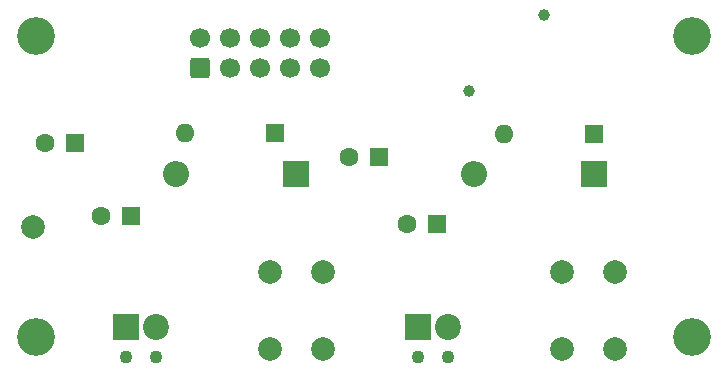
<source format=gbs>
G04 #@! TF.GenerationSoftware,KiCad,Pcbnew,8.0.0-rc1*
G04 #@! TF.CreationDate,2025-07-19T19:19:54+02:00*
G04 #@! TF.ProjectId,Pneumatic control unit system,506e6575-6d61-4746-9963-20636f6e7472,rev?*
G04 #@! TF.SameCoordinates,Original*
G04 #@! TF.FileFunction,Soldermask,Bot*
G04 #@! TF.FilePolarity,Negative*
%FSLAX46Y46*%
G04 Gerber Fmt 4.6, Leading zero omitted, Abs format (unit mm)*
G04 Created by KiCad (PCBNEW 8.0.0-rc1) date 2025-07-19 19:19:54*
%MOMM*%
%LPD*%
G01*
G04 APERTURE LIST*
G04 Aperture macros list*
%AMRoundRect*
0 Rectangle with rounded corners*
0 $1 Rounding radius*
0 $2 $3 $4 $5 $6 $7 $8 $9 X,Y pos of 4 corners*
0 Add a 4 corners polygon primitive as box body*
4,1,4,$2,$3,$4,$5,$6,$7,$8,$9,$2,$3,0*
0 Add four circle primitives for the rounded corners*
1,1,$1+$1,$2,$3*
1,1,$1+$1,$4,$5*
1,1,$1+$1,$6,$7*
1,1,$1+$1,$8,$9*
0 Add four rect primitives between the rounded corners*
20,1,$1+$1,$2,$3,$4,$5,0*
20,1,$1+$1,$4,$5,$6,$7,0*
20,1,$1+$1,$6,$7,$8,$9,0*
20,1,$1+$1,$8,$9,$2,$3,0*%
G04 Aperture macros list end*
%ADD10R,1.600000X1.600000*%
%ADD11O,1.600000X1.600000*%
%ADD12R,2.200000X2.200000*%
%ADD13O,2.200000X2.200000*%
%ADD14C,2.000000*%
%ADD15C,1.000000*%
%ADD16C,3.200000*%
%ADD17RoundRect,0.250000X0.600000X-0.600000X0.600000X0.600000X-0.600000X0.600000X-0.600000X-0.600000X0*%
%ADD18C,1.700000*%
%ADD19C,1.100000*%
%ADD20C,2.200000*%
%ADD21C,1.600000*%
G04 APERTURE END LIST*
D10*
X44250000Y-33250000D03*
D11*
X36630000Y-33250000D03*
D12*
X71250000Y-36750000D03*
D13*
X61090000Y-36750000D03*
D14*
X43750000Y-51500000D03*
X43750000Y-45000000D03*
X48250000Y-51500000D03*
X48250000Y-45000000D03*
X68500000Y-51500000D03*
X68500000Y-45000000D03*
X73000000Y-51500000D03*
X73000000Y-45000000D03*
X23700000Y-41200000D03*
D12*
X46000000Y-36750000D03*
D13*
X35840000Y-36750000D03*
D15*
X60600000Y-29660000D03*
X67000000Y-23260000D03*
D16*
X24000000Y-50500000D03*
D17*
X37840000Y-27750000D03*
D18*
X37840000Y-25210000D03*
X40380000Y-27750000D03*
X40380000Y-25210000D03*
X42920000Y-27750000D03*
X42920000Y-25210000D03*
X45460000Y-27750000D03*
X45460000Y-25210000D03*
X48000000Y-27750000D03*
X48000000Y-25210000D03*
D16*
X79500000Y-50500000D03*
D19*
X31600000Y-52186860D03*
X34140000Y-52186860D03*
D12*
X31600000Y-49646860D03*
D20*
X34140000Y-49646860D03*
D10*
X71200000Y-33300000D03*
D11*
X63580000Y-33300000D03*
D16*
X24000000Y-25000000D03*
X79500000Y-25000000D03*
D19*
X56300610Y-52186860D03*
X58840610Y-52186860D03*
D12*
X56300610Y-49646860D03*
D20*
X58840610Y-49646860D03*
D10*
X32000000Y-40250000D03*
D21*
X29500000Y-40250000D03*
D10*
X53000000Y-35250000D03*
D21*
X50500000Y-35250000D03*
D10*
X57932380Y-40950000D03*
D21*
X55432380Y-40950000D03*
D10*
X27250000Y-34100000D03*
D21*
X24750000Y-34100000D03*
M02*

</source>
